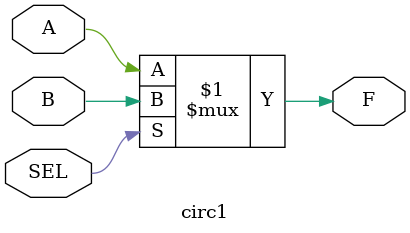
<source format=sv>
module circ1  (
  input SEL, A, B, 
  output F
);

  assign F = SEL ? B : A;

endmodule

</source>
